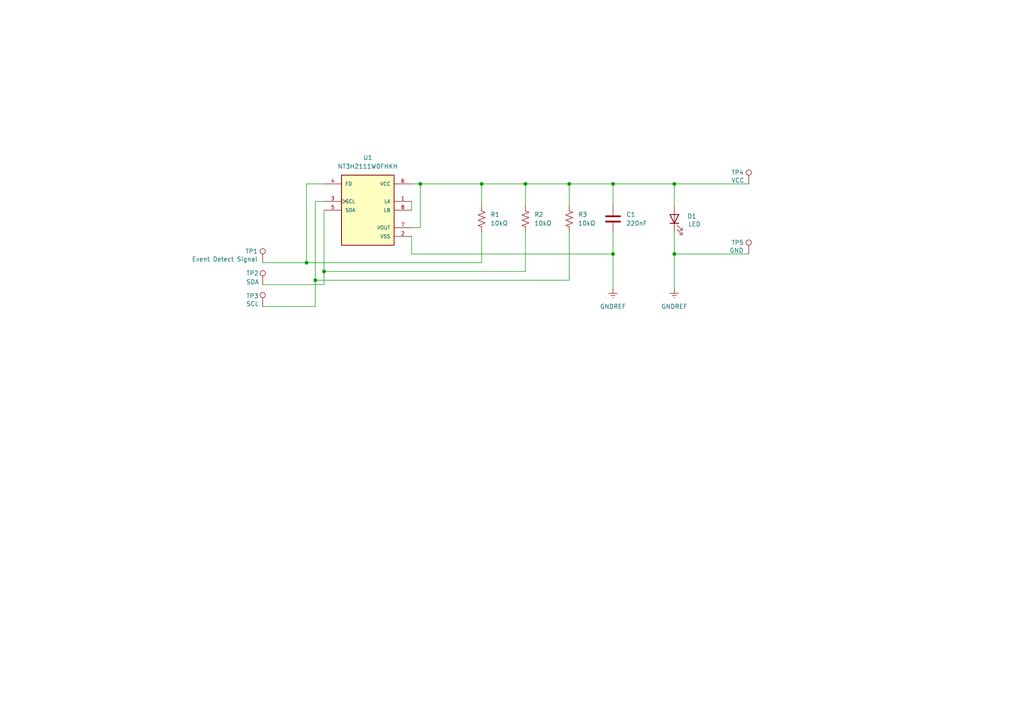
<source format=kicad_sch>
(kicad_sch (version 20231120) (generator "eeschema") (generator_version "8.0")
  (paper "A4")
  (lib_symbols
    (symbol "Connector:TestPoint" (pin_numbers hide) (pin_names (offset 0.762) hide)
      (property "Reference" "TP" (at 0 6.858 0))
      (property "Value" "TestPoint" (at 0 5.08 0))
      (symbol "TestPoint_0_1"
        (circle (center 0 3.302) (radius 0.762))
      )
      (symbol "TestPoint_1_1"
        (pin passive line (at 0 0 90) (length 2.54) (name "1") (number "1"))
      )
    )
    (symbol "Device:C" (pin_numbers hide) (pin_names (offset 0.254))
      (property "Reference" "C" (at 0.635 2.54 0))
      (property "Value" "C" (at 0.635 -2.54 0))
      (symbol "C_0_1"
        (polyline (pts (xy -2.032 -0.762) (xy 2.032 -0.762)) (stroke (width 0.508)))
        (polyline (pts (xy -2.032 0.762) (xy 2.032 0.762)) (stroke (width 0.508)))
      )
      (symbol "C_1_1"
        (pin passive line (at 0 3.81 270) (length 2.794) (name "~") (number "1"))
        (pin passive line (at 0 -3.81 90) (length 2.794) (name "~") (number "2"))
      )
    )
    (symbol "Device:LED" (pin_numbers hide) (pin_names (offset 1.016) hide)
      (property "Reference" "D" (at 0 2.54 0))
      (property "Value" "LED" (at 0 -2.54 0))
      (symbol "LED_0_1"
        (polyline (pts (xy -1.27 -1.27) (xy -1.27 1.27)) (stroke (width 0.254)))
        (polyline (pts (xy -1.27 0) (xy 1.27 0)))
        (polyline (pts (xy 1.27 -1.27) (xy 1.27 1.27) (xy -1.27 0) (xy 1.27 -1.27)) (stroke (width 0.254)))
        (polyline (pts (xy -3.048 -0.762) (xy -4.572 -2.286) (xy -3.81 -2.286) (xy -4.572 -2.286) (xy -4.572 -1.524)))
        (polyline (pts (xy -1.778 -0.762) (xy -3.302 -2.286) (xy -2.54 -2.286) (xy -3.302 -2.286) (xy -3.302 -1.524)))
      )
      (symbol "LED_1_1"
        (pin passive line (at -3.81 0 0) (length 2.54) (name "K") (number "1"))
        (pin passive line (at 3.81 0 180) (length 2.54) (name "A") (number "2"))
      )
    )
    (symbol "Device:R_US" (pin_numbers hide) (pin_names (offset 0))
      (property "Reference" "R" (at 2.54 0 90))
      (property "Value" "R_US" (at -2.54 0 90))
      (symbol "R_US_0_1"
        (polyline (pts (xy 0 -2.286) (xy 0 -2.54)))
        (polyline (pts (xy 0 2.286) (xy 0 2.54)))
        (polyline (pts (xy 0 -0.762) (xy 1.016 -1.143) (xy 0 -1.524) (xy -1.016 -1.905) (xy 0 -2.286)))
        (polyline (pts (xy 0 0.762) (xy 1.016 0.381) (xy 0 0) (xy -1.016 -0.381) (xy 0 -0.762)))
        (polyline (pts (xy 0 2.286) (xy 1.016 1.905) (xy 0 1.524) (xy -1.016 1.143) (xy 0 0.762)))
      )
      (symbol "R_US_1_1"
        (pin passive line (at 0 3.81 270) (length 1.27) (name "~") (number "1"))
        (pin passive line (at 0 -3.81 90) (length 1.27) (name "~") (number "2"))
      )
    )
    (symbol "NT3H2111W0FHKH:NT3H2111W0FHKH" (pin_names (offset 1.016))
      (property "Reference" "U" (at -7.6233 10.6725 0))
      (property "Value" "NT3H2111W0FHKH" (at -7.6248 -12.708 0))
      (symbol "NT3H2111W0FHKH_0_0"
        (rectangle (start -7.62 -10.16) (end 7.62 10.16) (stroke (width 0.254)) (fill (type background)))
        (pin bidirectional line (at 12.7 2.54 180) (length 5.08) (name "LA") (number "1"))
        (pin power_in line (at 12.7 -7.62 180) (length 5.08) (name "VSS") (number "2"))
        (pin input clock (at -12.7 2.54 0) (length 5.08) (name "SCL") (number "3"))
        (pin input line (at -12.7 7.62 0) (length 5.08) (name "FD") (number "4"))
        (pin bidirectional line (at -12.7 0 0) (length 5.08) (name "SDA") (number "5"))
        (pin power_in line (at 12.7 7.62 180) (length 5.08) (name "VCC") (number "6"))
        (pin output line (at 12.7 -5.08 180) (length 5.08) (name "VOUT") (number "7"))
        (pin bidirectional line (at 12.7 0 180) (length 5.08) (name "LB") (number "8"))
      )
    )
    (symbol "power:GNDREF" (power) (pin_numbers hide) (pin_names (offset 0) hide)
      (property "Value" "GNDREF" (at 0 -3.81 0))
      (symbol "GNDREF_0_1"
        (polyline (pts (xy -0.635 -1.905) (xy 0.635 -1.905)))
        (polyline (pts (xy -0.127 -2.54) (xy 0.127 -2.54)))
        (polyline (pts (xy 0 -1.27) (xy 0 0)))
        (polyline (pts (xy 1.27 -1.27) (xy -1.27 -1.27)))
      )
      (symbol "GNDREF_1_1"
        (pin power_in line (at 0 0 270) (length 0) (name "~") (number "1"))
      )
    )
  )
  (junction (at 177.8 73.66))
  (junction (at 195.58 73.66))
  (junction (at 121.92 53.34))
  (junction (at 165.1 53.34))
  (junction (at 91.44 81.28))
  (junction (at 177.8 53.34))
  (junction (at 152.4 53.34))
  (junction (at 88.9 76.2))
  (junction (at 93.98 78.74))
  (junction (at 139.7 53.34))
  (junction (at 195.58 53.34))
  (wire (pts (xy 121.92 53.34) (xy 121.92 66.04)))
  (wire (pts (xy 119.38 53.34) (xy 121.92 53.34)))
  (wire (pts (xy 195.58 53.34) (xy 195.58 59.69)))
  (wire (pts (xy 93.98 78.74) (xy 152.4 78.74)))
  (wire (pts (xy 195.58 73.66) (xy 195.58 83.82)))
  (wire (pts (xy 177.8 53.34) (xy 195.58 53.34)))
  (wire (pts (xy 165.1 67.31) (xy 165.1 81.28)))
  (wire (pts (xy 139.7 53.34) (xy 152.4 53.34)))
  (wire (pts (xy 195.58 67.31) (xy 195.58 73.66)))
  (wire (pts (xy 88.9 76.2) (xy 139.7 76.2)))
  (wire (pts (xy 195.58 73.66) (xy 217.17 73.66)))
  (wire (pts (xy 93.98 53.34) (xy 88.9 53.34)))
  (wire (pts (xy 91.44 58.42) (xy 93.98 58.42)))
  (wire (pts (xy 91.44 81.28) (xy 91.44 88.9)))
  (wire (pts (xy 119.38 73.66) (xy 177.8 73.66)))
  (wire (pts (xy 139.7 53.34) (xy 139.7 59.69)))
  (wire (pts (xy 88.9 76.2) (xy 76.2 76.2)))
  (wire (pts (xy 165.1 53.34) (xy 177.8 53.34)))
  (wire (pts (xy 152.4 53.34) (xy 165.1 53.34)))
  (wire (pts (xy 119.38 58.42) (xy 119.38 60.96)))
  (wire (pts (xy 93.98 60.96) (xy 93.98 78.74)))
  (wire (pts (xy 91.44 88.9) (xy 76.2 88.9)))
  (wire (pts (xy 93.98 78.74) (xy 93.98 82.55)))
  (wire (pts (xy 119.38 66.04) (xy 121.92 66.04)))
  (wire (pts (xy 177.8 53.34) (xy 177.8 59.69)))
  (wire (pts (xy 177.8 67.31) (xy 177.8 73.66)))
  (wire (pts (xy 91.44 81.28) (xy 165.1 81.28)))
  (wire (pts (xy 121.92 53.34) (xy 139.7 53.34)))
  (wire (pts (xy 91.44 81.28) (xy 91.44 58.42)))
  (wire (pts (xy 195.58 53.34) (xy 217.17 53.34)))
  (wire (pts (xy 93.98 82.55) (xy 76.2 82.55)))
  (wire (pts (xy 139.7 67.31) (xy 139.7 76.2)))
  (wire (pts (xy 119.38 68.58) (xy 119.38 73.66)))
  (wire (pts (xy 88.9 53.34) (xy 88.9 76.2)))
  (wire (pts (xy 165.1 53.34) (xy 165.1 59.69)))
  (wire (pts (xy 177.8 73.66) (xy 177.8 83.82)))
  (wire (pts (xy 152.4 67.31) (xy 152.4 78.74)))
  (wire (pts (xy 152.4 53.34) (xy 152.4 59.69)))
  (symbol (lib_id "Device:LED") (at 195.58 63.5 90) (unit 1)
    (property "Reference" "D1" (at 200.66 62.738 90))
    (property "Value" "LED" (at 201.422 65.024 90))
    (property "Footprint" "LED_SMD:LED_0402_1005Metric" (effects (hide yes)))
    (property "Description" "Light emitting diode" (effects (hide yes)))
  )
  (symbol (lib_id "Connector:TestPoint") (at 217.17 73.66 0) (unit 1)
    (property "Reference" "TP5" (at 212.09 70.358 0) (effects (justify left)))
    (property "Value" "GND" (at 211.582 72.644 0) (effects (justify left)))
    (property "Footprint" "TestPoint:TestPoint_Pad_D2.0mm" (effects (hide yes)))
    (property "Description" "test point" (effects (hide yes)))
  )
  (symbol (lib_id "NT3H2111W0FHKH:NT3H2111W0FHKH") (at 106.68 60.96 0) (unit 1)
    (property "Reference" "U1" (at 106.68 45.72 0))
    (property "Value" "NT3H2111W0FHKH" (at 106.68 48.26 0))
    (property "Footprint" "NT3H2111W0FHKH:QFN8P50_160X160X50L40X20N" (effects (hide yes)))
    (property "MANUFACTURER" "NXP Semiconductors" (effects (hide yes)))
  )
  (symbol (lib_id "Device:R_US") (at 165.1 63.5 0) (unit 1)
    (property "Reference" "R3" (at 167.64 62.2299 0) (effects (justify left)))
    (property "Value" "10kΩ" (at 167.64 64.7699 0) (effects (justify left)))
    (property "Footprint" "Resistor_SMD:R_0402_1005Metric" (effects (hide yes)))
    (property "Description" "Resistor, US symbol" (effects (hide yes)))
  )
  (symbol (lib_id "Connector:TestPoint") (at 76.2 82.55 0) (unit 1)
    (property "Reference" "TP2" (at 71.374 79.248 0) (effects (justify left)))
    (property "Value" "SDA" (at 71.374 81.788 0) (effects (justify left)))
    (property "Footprint" "TestPoint:TestPoint_Pad_D2.0mm" (effects (hide yes)))
    (property "Description" "test point" (effects (hide yes)))
  )
  (symbol (lib_id "Connector:TestPoint") (at 76.2 76.2 0) (unit 1)
    (property "Reference" "TP1" (at 71.12 72.898 0) (effects (justify left)))
    (property "Value" "Event Detect Signal" (at 55.626 75.184 0) (effects (justify left)))
    (property "Footprint" "TestPoint:TestPoint_Pad_D2.0mm" (effects (hide yes)))
    (property "Description" "test point" (effects (hide yes)))
  )
  (symbol (lib_id "Device:R_US") (at 152.4 63.5 0) (unit 1)
    (property "Reference" "R2" (at 154.94 62.2299 0) (effects (justify left)))
    (property "Value" "10kΩ" (at 154.94 64.7699 0) (effects (justify left)))
    (property "Footprint" "Resistor_SMD:R_0402_1005Metric" (effects (hide yes)))
    (property "Description" "Resistor, US symbol" (effects (hide yes)))
  )
  (symbol (lib_id "power:GNDREF") (at 195.58 83.82 0) (unit 1)
    (property "Reference" "#PWR01" (effects (hide yes)))
    (property "Value" "GNDREF" (at 195.58 88.9 0))
    (property "Description" "Power symbol creates a global label with name \"GNDREF\" , reference supply ground" (effects (hide yes)))
  )
  (symbol (lib_id "Connector:TestPoint") (at 76.2 88.9 0) (unit 1)
    (property "Reference" "TP3" (at 71.374 85.852 0) (effects (justify left)))
    (property "Value" "SCL" (at 71.374 88.138 0) (effects (justify left)))
    (property "Footprint" "TestPoint:TestPoint_Pad_D2.0mm" (effects (hide yes)))
    (property "Description" "test point" (effects (hide yes)))
  )
  (symbol (lib_id "Device:R_US") (at 139.7 63.5 0) (unit 1)
    (property "Reference" "R1" (at 142.24 62.2299 0) (effects (justify left)))
    (property "Value" "10kΩ" (at 142.24 64.7699 0) (effects (justify left)))
    (property "Footprint" "Resistor_SMD:R_0402_1005Metric" (effects (hide yes)))
    (property "Description" "Resistor, US symbol" (effects (hide yes)))
  )
  (symbol (lib_id "Connector:TestPoint") (at 217.17 53.34 0) (unit 1)
    (property "Reference" "TP4" (at 212.09 50.038 0) (effects (justify left)))
    (property "Value" "VCC" (at 212.09 52.324 0) (effects (justify left)))
    (property "Footprint" "TestPoint:TestPoint_Pad_D2.0mm" (effects (hide yes)))
    (property "Description" "test point" (effects (hide yes)))
  )
  (symbol (lib_id "Device:C") (at 177.8 63.5 0) (unit 1)
    (property "Reference" "C1" (at 181.61 62.2299 0) (effects (justify left)))
    (property "Value" "220nF" (at 181.61 64.7699 0) (effects (justify left)))
    (property "Footprint" "Capacitor_SMD:C_0402_1005Metric" (effects (hide yes)))
    (property "Description" "Unpolarized capacitor" (effects (hide yes)))
  )
  (symbol (lib_id "power:GNDREF") (at 177.8 83.82 0) (unit 1)
    (property "Reference" "#PWR04" (effects (hide yes)))
    (property "Value" "GNDREF" (at 177.8 88.9 0))
    (property "Description" "Power symbol creates a global label with name \"GNDREF\" , reference supply ground" (effects (hide yes)))
  )
)
</source>
